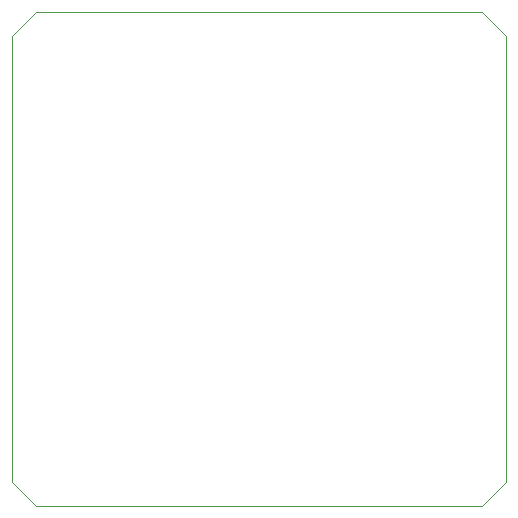
<source format=gko>
%FSLAX46Y46*%
%MOMM*%
%ADD10C,0.010000*%
G01*
%LPD*%
G01*
%LPD*%
D10*
X2000000Y0D02*
X0Y2000000D01*
D10*
X0Y2000000D02*
X0Y39750000D01*
D10*
X0Y39750000D02*
X2000000Y41750000D01*
D10*
X2000000Y41750000D02*
X39750000Y41750000D01*
D10*
X39750000Y41750000D02*
X41750000Y39750000D01*
D10*
X41750000Y39750000D02*
X41750000Y2000000D01*
D10*
X41750000Y2000000D02*
X39750000Y0D01*
D10*
X39750000Y0D02*
X2000000Y0D01*
G75*
M02*

</source>
